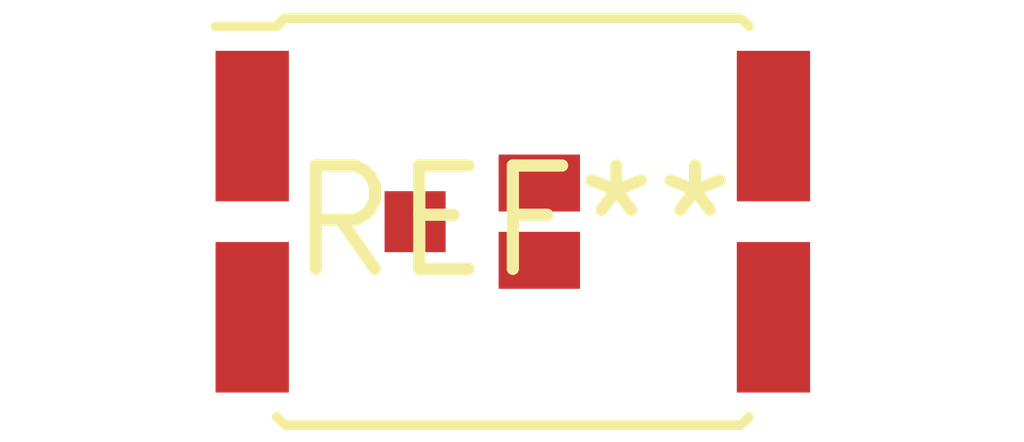
<source format=kicad_pcb>
(kicad_pcb (version 20240108) (generator pcbnew)
  (layers (0 "F.Cu" signal) (31 "B.Cu" signal) (34 "B.Paste" user) (35 "F.Paste" user) (36 "B.SilkS" user "B.Silkscreen") (37 "F.SilkS" user "F.Silkscreen") (38 "B.Mask" user) (39 "F.Mask" user) (44 "Edge.Cuts" user))
  (net 0 "")
  (footprint "DirectFET_MZ" (layer "F.Cu") (at 0 0)
    (property "Reference" "REF**")
    (property "Value" "DirectFET_MZ")
    (fp_line (start -3.65 -2.4) (end -2.9 -2.4) (layer "F.SilkS") (stroke (width 0.12)))
    (fp_line (start -2.9 -2.4) (end -2.8 -2.5) (layer "F.SilkS") (stroke (width 0.12)))
    (fp_line (start -2.8 -2.5) (end 2.8 -2.5) (layer "F.SilkS") (stroke (width 0.12)))
    (fp_line (start -2.8 2.5) (end -2.9 2.4) (layer "F.SilkS") (stroke (width 0.12)))
    (fp_line (start 2.8 -2.5) (end 2.9 -2.4) (layer "F.SilkS") (stroke (width 0.12)))
    (fp_line (start 2.8 2.5) (end -2.8 2.5) (layer "F.SilkS") (stroke (width 0.12)))
    (fp_line (start 2.9 2.4) (end 2.8 2.5) (layer "F.SilkS") (stroke (width 0.12)))
    (pad "1" smd rect (at -3.2 -1.175) (size 0.9 1.85) (layers "F.Cu" "F.Paste" "F.Mask"))
    (pad "1" smd rect (at -3.2 1.175) (size 0.9 1.85) (layers "F.Cu" "F.Paste" "F.Mask"))
    (pad "1" smd rect (at 3.2 -1.175) (size 0.9 1.85) (layers "F.Cu" "F.Paste" "F.Mask"))
    (pad "1" smd rect (at 3.2 1.175) (size 0.9 1.85) (layers "F.Cu" "F.Paste" "F.Mask"))
    (pad "2" smd rect (at -1.2 0) (size 0.75 0.75) (layers "F.Cu" "F.Paste" "F.Mask"))
    (pad "3" smd rect (at 0.325 -0.475) (size 1 0.7) (layers "F.Cu" "F.Paste" "F.Mask"))
    (pad "3" smd rect (at 0.325 0.475) (size 1 0.7) (layers "F.Cu" "F.Paste" "F.Mask"))
  )
)
</source>
